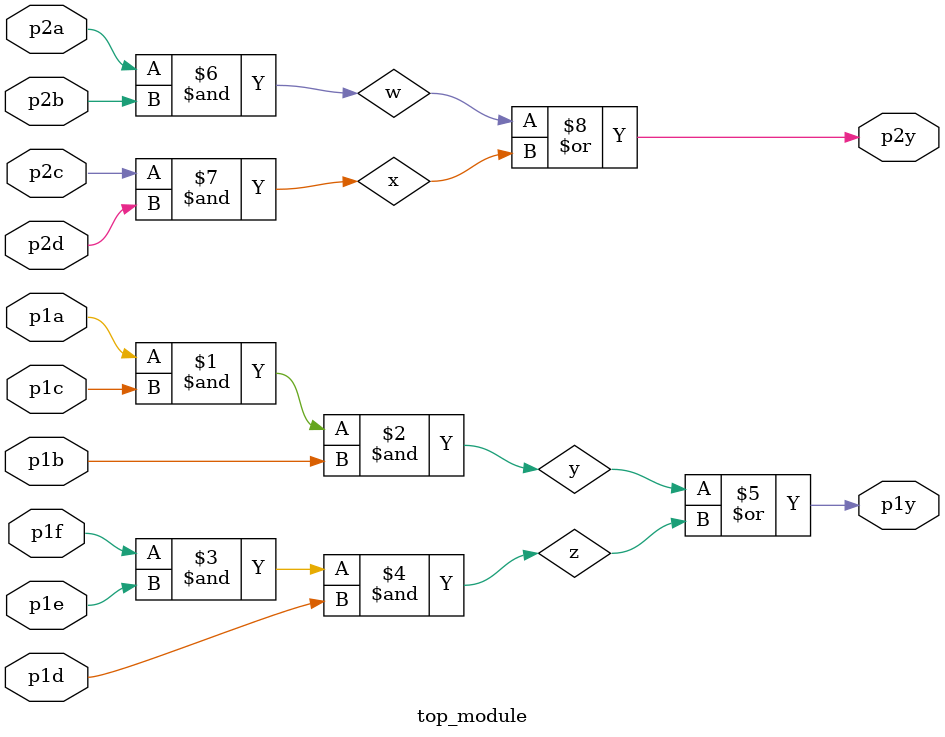
<source format=v>
module top_module ( 
    input p1a, p1b, p1c, p1d, p1e, p1f,
    output p1y,
    input p2a, p2b, p2c, p2d,
    output p2y );
    wire w,x,y,z;
    assign y=p1a&p1c&p1b;
    assign z=p1f&p1e&p1d;
    assign p1y=y|z;
    assign w=p2a&p2b;
    assign x=p2c&p2d;
    assign p2y=w|x;


endmodule

</source>
